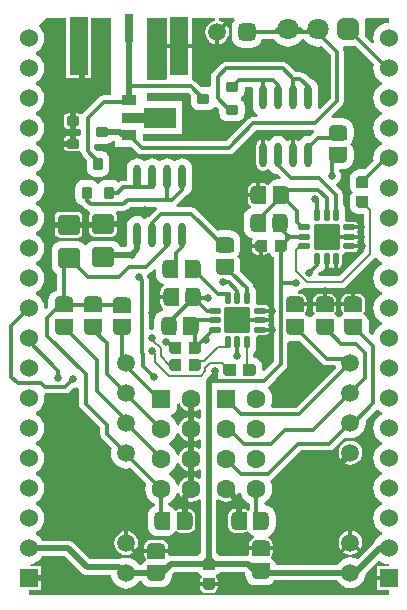
<source format=gtl>
%FSAX24Y24*%
%MOIN*%
G70*
G01*
G75*
G04 Layer_Physical_Order=1*
G04 Layer_Color=255*
G04:AMPARAMS|DCode=10|XSize=59.1mil|YSize=51.2mil|CornerRadius=12.8mil|HoleSize=0mil|Usage=FLASHONLY|Rotation=180.000|XOffset=0mil|YOffset=0mil|HoleType=Round|Shape=RoundedRectangle|*
%AMROUNDEDRECTD10*
21,1,0.0591,0.0256,0,0,180.0*
21,1,0.0335,0.0512,0,0,180.0*
1,1,0.0256,-0.0167,0.0128*
1,1,0.0256,0.0167,0.0128*
1,1,0.0256,0.0167,-0.0128*
1,1,0.0256,-0.0167,-0.0128*
%
%ADD10ROUNDEDRECTD10*%
%ADD11O,0.0236X0.0827*%
G04:AMPARAMS|DCode=12|XSize=17.7mil|YSize=43.3mil|CornerRadius=4.4mil|HoleSize=0mil|Usage=FLASHONLY|Rotation=180.000|XOffset=0mil|YOffset=0mil|HoleType=Round|Shape=RoundedRectangle|*
%AMROUNDEDRECTD12*
21,1,0.0177,0.0344,0,0,180.0*
21,1,0.0089,0.0433,0,0,180.0*
1,1,0.0089,-0.0044,0.0172*
1,1,0.0089,0.0044,0.0172*
1,1,0.0089,0.0044,-0.0172*
1,1,0.0089,-0.0044,-0.0172*
%
%ADD12ROUNDEDRECTD12*%
G04:AMPARAMS|DCode=13|XSize=84.6mil|YSize=84.6mil|CornerRadius=4.2mil|HoleSize=0mil|Usage=FLASHONLY|Rotation=90.000|XOffset=0mil|YOffset=0mil|HoleType=Round|Shape=RoundedRectangle|*
%AMROUNDEDRECTD13*
21,1,0.0846,0.0762,0,0,90.0*
21,1,0.0762,0.0846,0,0,90.0*
1,1,0.0085,0.0381,0.0381*
1,1,0.0085,0.0381,-0.0381*
1,1,0.0085,-0.0381,-0.0381*
1,1,0.0085,-0.0381,0.0381*
%
%ADD13ROUNDEDRECTD13*%
G04:AMPARAMS|DCode=14|XSize=17.7mil|YSize=43.3mil|CornerRadius=4.4mil|HoleSize=0mil|Usage=FLASHONLY|Rotation=270.000|XOffset=0mil|YOffset=0mil|HoleType=Round|Shape=RoundedRectangle|*
%AMROUNDEDRECTD14*
21,1,0.0177,0.0344,0,0,270.0*
21,1,0.0089,0.0433,0,0,270.0*
1,1,0.0089,-0.0172,-0.0044*
1,1,0.0089,-0.0172,0.0044*
1,1,0.0089,0.0172,0.0044*
1,1,0.0089,0.0172,-0.0044*
%
%ADD14ROUNDEDRECTD14*%
G04:AMPARAMS|DCode=15|XSize=39.4mil|YSize=39.4mil|CornerRadius=9.8mil|HoleSize=0mil|Usage=FLASHONLY|Rotation=0.000|XOffset=0mil|YOffset=0mil|HoleType=Round|Shape=RoundedRectangle|*
%AMROUNDEDRECTD15*
21,1,0.0394,0.0197,0,0,0.0*
21,1,0.0197,0.0394,0,0,0.0*
1,1,0.0197,0.0098,-0.0098*
1,1,0.0197,-0.0098,-0.0098*
1,1,0.0197,-0.0098,0.0098*
1,1,0.0197,0.0098,0.0098*
%
%ADD15ROUNDEDRECTD15*%
G04:AMPARAMS|DCode=16|XSize=39.4mil|YSize=39.4mil|CornerRadius=9.8mil|HoleSize=0mil|Usage=FLASHONLY|Rotation=90.000|XOffset=0mil|YOffset=0mil|HoleType=Round|Shape=RoundedRectangle|*
%AMROUNDEDRECTD16*
21,1,0.0394,0.0197,0,0,90.0*
21,1,0.0197,0.0394,0,0,90.0*
1,1,0.0197,0.0098,0.0098*
1,1,0.0197,0.0098,-0.0098*
1,1,0.0197,-0.0098,-0.0098*
1,1,0.0197,-0.0098,0.0098*
%
%ADD16ROUNDEDRECTD16*%
G04:AMPARAMS|DCode=17|XSize=59.1mil|YSize=51.2mil|CornerRadius=12.8mil|HoleSize=0mil|Usage=FLASHONLY|Rotation=270.000|XOffset=0mil|YOffset=0mil|HoleType=Round|Shape=RoundedRectangle|*
%AMROUNDEDRECTD17*
21,1,0.0591,0.0256,0,0,270.0*
21,1,0.0335,0.0512,0,0,270.0*
1,1,0.0256,-0.0128,-0.0167*
1,1,0.0256,-0.0128,0.0167*
1,1,0.0256,0.0128,0.0167*
1,1,0.0256,0.0128,-0.0167*
%
%ADD17ROUNDEDRECTD17*%
G04:AMPARAMS|DCode=18|XSize=32mil|YSize=40mil|CornerRadius=4mil|HoleSize=0mil|Usage=FLASHONLY|Rotation=90.000|XOffset=0mil|YOffset=0mil|HoleType=Round|Shape=RoundedRectangle|*
%AMROUNDEDRECTD18*
21,1,0.0320,0.0320,0,0,90.0*
21,1,0.0240,0.0400,0,0,90.0*
1,1,0.0080,0.0160,0.0120*
1,1,0.0080,0.0160,-0.0120*
1,1,0.0080,-0.0160,-0.0120*
1,1,0.0080,-0.0160,0.0120*
%
%ADD18ROUNDEDRECTD18*%
G04:AMPARAMS|DCode=19|XSize=32mil|YSize=40mil|CornerRadius=4mil|HoleSize=0mil|Usage=FLASHONLY|Rotation=0.000|XOffset=0mil|YOffset=0mil|HoleType=Round|Shape=RoundedRectangle|*
%AMROUNDEDRECTD19*
21,1,0.0320,0.0320,0,0,0.0*
21,1,0.0240,0.0400,0,0,0.0*
1,1,0.0080,0.0120,-0.0160*
1,1,0.0080,-0.0120,-0.0160*
1,1,0.0080,-0.0120,0.0160*
1,1,0.0080,0.0120,0.0160*
%
%ADD19ROUNDEDRECTD19*%
G04:AMPARAMS|DCode=20|XSize=70.9mil|YSize=65mil|CornerRadius=4.9mil|HoleSize=0mil|Usage=FLASHONLY|Rotation=0.000|XOffset=0mil|YOffset=0mil|HoleType=Round|Shape=RoundedRectangle|*
%AMROUNDEDRECTD20*
21,1,0.0709,0.0552,0,0,0.0*
21,1,0.0611,0.0650,0,0,0.0*
1,1,0.0097,0.0306,-0.0276*
1,1,0.0097,-0.0306,-0.0276*
1,1,0.0097,-0.0306,0.0276*
1,1,0.0097,0.0306,0.0276*
%
%ADD20ROUNDEDRECTD20*%
%ADD21R,0.0630X0.1929*%
%ADD22R,0.0276X0.0925*%
%ADD23R,0.0512X0.0354*%
%ADD24R,0.0748X0.0354*%
%ADD25R,0.1063X0.0669*%
%ADD26C,0.0118*%
%ADD27C,0.0100*%
%ADD28C,0.0079*%
%ADD29C,0.0197*%
%ADD30R,0.0591X0.0256*%
%ADD31R,0.0394X0.0217*%
%ADD32R,0.0217X0.0394*%
%ADD33R,0.0256X0.0591*%
%ADD34C,0.0600*%
%ADD35R,0.0600X0.0600*%
%ADD36C,0.0591*%
G04:AMPARAMS|DCode=37|XSize=63mil|YSize=63mil|CornerRadius=7.9mil|HoleSize=0mil|Usage=FLASHONLY|Rotation=270.000|XOffset=0mil|YOffset=0mil|HoleType=Round|Shape=RoundedRectangle|*
%AMROUNDEDRECTD37*
21,1,0.0630,0.0472,0,0,270.0*
21,1,0.0472,0.0630,0,0,270.0*
1,1,0.0157,-0.0236,-0.0236*
1,1,0.0157,-0.0236,0.0236*
1,1,0.0157,0.0236,0.0236*
1,1,0.0157,0.0236,-0.0236*
%
%ADD37ROUNDEDRECTD37*%
%ADD38C,0.0630*%
G04:AMPARAMS|DCode=39|XSize=59.1mil|YSize=59.1mil|CornerRadius=14.8mil|HoleSize=0mil|Usage=FLASHONLY|Rotation=180.000|XOffset=0mil|YOffset=0mil|HoleType=Round|Shape=RoundedRectangle|*
%AMROUNDEDRECTD39*
21,1,0.0591,0.0295,0,0,180.0*
21,1,0.0295,0.0591,0,0,180.0*
1,1,0.0295,-0.0148,0.0148*
1,1,0.0295,0.0148,0.0148*
1,1,0.0295,0.0148,-0.0148*
1,1,0.0295,-0.0148,-0.0148*
%
%ADD39ROUNDEDRECTD39*%
G04:AMPARAMS|DCode=40|XSize=70.9mil|YSize=70.9mil|CornerRadius=17.7mil|HoleSize=0mil|Usage=FLASHONLY|Rotation=180.000|XOffset=0mil|YOffset=0mil|HoleType=Round|Shape=RoundedRectangle|*
%AMROUNDEDRECTD40*
21,1,0.0709,0.0354,0,0,180.0*
21,1,0.0354,0.0709,0,0,180.0*
1,1,0.0354,-0.0177,0.0177*
1,1,0.0354,0.0177,0.0177*
1,1,0.0354,0.0177,-0.0177*
1,1,0.0354,-0.0177,-0.0177*
%
%ADD40ROUNDEDRECTD40*%
%ADD41C,0.0709*%
%ADD42C,0.0256*%
G36*
X051994Y033978D02*
X052102Y033895D01*
X052124Y033886D01*
Y033807D01*
X052102Y033798D01*
X051994Y033715D01*
X051911Y033607D01*
X051859Y033481D01*
X051841Y033346D01*
X051859Y033212D01*
X051911Y033086D01*
X051994Y032978D01*
X052102Y032895D01*
X052124Y032886D01*
Y032807D01*
X052102Y032798D01*
X051994Y032715D01*
X051911Y032607D01*
X051859Y032481D01*
X051841Y032346D01*
X051859Y032212D01*
X051911Y032086D01*
X051994Y031978D01*
X052102Y031895D01*
X052124Y031886D01*
Y031807D01*
X052102Y031798D01*
X051994Y031715D01*
X051911Y031607D01*
X051859Y031481D01*
X051841Y031346D01*
X051859Y031212D01*
X051911Y031086D01*
X051994Y030978D01*
X052102Y030895D01*
X052124Y030886D01*
Y030807D01*
X052102Y030798D01*
X051994Y030715D01*
X051911Y030607D01*
X051859Y030481D01*
X051841Y030346D01*
X051859Y030212D01*
X051911Y030086D01*
X051994Y029978D01*
X052102Y029895D01*
X052124Y029886D01*
Y029807D01*
X052102Y029798D01*
X051994Y029715D01*
X051911Y029607D01*
X051882Y029538D01*
X051871Y029529D01*
X051335Y028993D01*
X051216Y029042D01*
X051083Y029060D01*
X050949Y029042D01*
X050825Y028990D01*
X050718Y028908D01*
X050636Y028801D01*
X048596D01*
X048594Y028820D01*
X048559Y028904D01*
X048504Y028976D01*
X048432Y029031D01*
X048422Y029058D01*
X048422Y029058D01*
X048473Y029134D01*
X048490Y029222D01*
Y029478D01*
X048473Y029567D01*
X048422Y029643D01*
X048347Y029693D01*
X048364Y029778D01*
X048412Y029798D01*
X048484Y029853D01*
X048539Y029925D01*
X048574Y030008D01*
X048586Y030098D01*
Y030433D01*
X048574Y030523D01*
X048539Y030607D01*
X048484Y030679D01*
X048412Y030734D01*
X048328Y030769D01*
X048238Y030781D01*
X048218D01*
X048202Y030858D01*
X048209Y030861D01*
X048320Y030946D01*
X048405Y031057D01*
X048459Y031186D01*
X048477Y031325D01*
X048459Y031464D01*
X048405Y031593D01*
X048418Y031626D01*
X048421Y031627D01*
X048493Y031675D01*
X049432Y032614D01*
X050374D01*
X050458Y032631D01*
X050530Y032679D01*
X050912Y033060D01*
X050949Y033045D01*
X051083Y033027D01*
X051216Y033045D01*
X051341Y033096D01*
X051448Y033178D01*
X051530Y033285D01*
X051581Y033410D01*
X051599Y033543D01*
X051590Y033611D01*
X051960Y033980D01*
X051994Y033978D01*
D02*
G37*
G36*
X045413Y033116D02*
X045480Y033029D01*
X045566Y032962D01*
X045667Y032921D01*
X045776Y032906D01*
X045884Y032921D01*
X045985Y032962D01*
X046030Y032997D01*
X046100Y032962D01*
Y032688D01*
X046030Y032653D01*
X045985Y032687D01*
X045884Y032729D01*
X045776Y032743D01*
X045667Y032729D01*
X045566Y032687D01*
X045480Y032621D01*
X045413Y032534D01*
X045373Y032438D01*
X045295Y032449D01*
X045293Y032464D01*
X045240Y032593D01*
X045155Y032704D01*
X045048Y032785D01*
Y032864D01*
X045155Y032946D01*
X045240Y033057D01*
X045293Y033186D01*
X045295Y033201D01*
X045373Y033211D01*
X045413Y033116D01*
D02*
G37*
G36*
X049065Y036257D02*
X049395D01*
X050139Y035513D01*
X050211Y035465D01*
X050295Y035449D01*
X050579D01*
X050584Y035410D01*
X050600Y035372D01*
X049267Y034040D01*
X048469D01*
X048425Y034105D01*
X048459Y034186D01*
X048477Y034325D01*
X048459Y034464D01*
X048405Y034593D01*
X048320Y034704D01*
X048916Y035336D01*
X048916Y035336D01*
X048964Y035408D01*
X048981Y035492D01*
Y036208D01*
X049040Y036260D01*
X049065Y036257D01*
D02*
G37*
G36*
X045413Y034116D02*
X045480Y034029D01*
X045566Y033962D01*
X045667Y033921D01*
X045776Y033906D01*
X045884Y033921D01*
X045985Y033962D01*
X046030Y033997D01*
X046100Y033962D01*
Y033688D01*
X046030Y033653D01*
X045985Y033687D01*
X045884Y033729D01*
X045776Y033743D01*
X045667Y033729D01*
X045566Y033687D01*
X045480Y033621D01*
X045413Y033534D01*
X045373Y033438D01*
X045295Y033449D01*
X045293Y033464D01*
X045240Y033593D01*
X045155Y033704D01*
X045112Y033737D01*
X045122Y033815D01*
X045161Y033831D01*
X045222Y033878D01*
X045270Y033940D01*
X045299Y034011D01*
X045310Y034089D01*
Y034164D01*
X045387Y034179D01*
X045413Y034116D01*
D02*
G37*
G36*
X042033Y034642D02*
Y034173D01*
X042050Y034089D01*
X042098Y034017D01*
X042742Y033373D01*
Y033167D01*
X042759Y033083D01*
X042806Y033011D01*
X043119Y032699D01*
X043104Y032661D01*
X043086Y032528D01*
X043104Y032394D01*
X043155Y032269D01*
X043237Y032163D01*
X043344Y032080D01*
X043469Y032029D01*
X043602Y032011D01*
X043736Y032029D01*
X043752Y032036D01*
X044277Y031511D01*
X044258Y031464D01*
X044240Y031325D01*
X044258Y031186D01*
X044311Y031057D01*
X044397Y030946D01*
X044508Y030861D01*
X044555Y030841D01*
Y030756D01*
X044501Y030734D01*
X044430Y030679D01*
X044374Y030607D01*
X044340Y030523D01*
X044328Y030433D01*
Y030098D01*
X044340Y030008D01*
X044374Y029925D01*
X044430Y029853D01*
X044501Y029798D01*
X044585Y029763D01*
X044675Y029751D01*
X044931D01*
X045021Y029763D01*
X045105Y029798D01*
X045177Y029853D01*
X045232Y029925D01*
X045259Y029934D01*
X045259Y029934D01*
D01*
X045334Y029884D01*
X045423Y029866D01*
X045679D01*
X045768Y029884D01*
X045843Y029934D01*
X045894Y030009D01*
X045912Y030098D01*
Y030433D01*
X045894Y030522D01*
X045843Y030597D01*
X045768Y030648D01*
X045679Y030665D01*
X045423D01*
X045334Y030648D01*
X045259Y030597D01*
D01*
X045232Y030607D01*
X045177Y030679D01*
X045105Y030734D01*
X045021Y030769D01*
X045021Y030769D01*
X045010Y030847D01*
X045044Y030861D01*
X045155Y030946D01*
X045240Y031057D01*
X045293Y031186D01*
X045295Y031201D01*
X045373Y031211D01*
X045413Y031116D01*
X045480Y031029D01*
X045566Y030962D01*
X045667Y030921D01*
X045776Y030906D01*
X045884Y030921D01*
X045985Y030962D01*
X046030Y030997D01*
X046100Y030962D01*
Y029202D01*
X046035Y029152D01*
X045985Y029087D01*
X045098D01*
X045059Y029082D01*
X045007Y029137D01*
X045006Y029141D01*
X045006Y029144D01*
Y029400D01*
X044988Y029489D01*
X044938Y029564D01*
X044863Y029614D01*
X044774Y029632D01*
X044439D01*
X044350Y029614D01*
X044275Y029564D01*
X044224Y029489D01*
X044207Y029400D01*
Y029144D01*
X044224Y029055D01*
X044275Y028979D01*
X044275Y028979D01*
X044265Y028952D01*
X044193Y028897D01*
X044138Y028825D01*
X044126Y028797D01*
X044048Y028787D01*
X043967Y028893D01*
X043860Y028975D01*
X043736Y029026D01*
X043602Y029044D01*
X043469Y029026D01*
X043354Y028979D01*
X042410D01*
X041860Y029529D01*
X041806Y029570D01*
X041770Y029585D01*
X041744Y029596D01*
X041677Y029605D01*
X040807D01*
X040806Y029607D01*
X040723Y029715D01*
X040615Y029798D01*
X040592Y029807D01*
Y029886D01*
X040615Y029895D01*
X040723Y029978D01*
X040806Y030086D01*
X040858Y030212D01*
X040875Y030346D01*
X040858Y030481D01*
X040806Y030607D01*
X040723Y030715D01*
X040615Y030798D01*
X040592Y030807D01*
Y030886D01*
X040615Y030895D01*
X040723Y030978D01*
X040806Y031086D01*
X040858Y031212D01*
X040875Y031346D01*
X040858Y031481D01*
X040806Y031607D01*
X040723Y031715D01*
X040615Y031798D01*
X040592Y031807D01*
Y031886D01*
X040615Y031895D01*
X040723Y031978D01*
X040806Y032086D01*
X040858Y032212D01*
X040875Y032346D01*
X040858Y032481D01*
X040806Y032607D01*
X040723Y032715D01*
X040615Y032798D01*
X040592Y032807D01*
Y032886D01*
X040615Y032895D01*
X040723Y032978D01*
X040806Y033086D01*
X040858Y033212D01*
X040875Y033346D01*
X040858Y033481D01*
X040806Y033607D01*
X040723Y033715D01*
X040615Y033798D01*
X040592Y033807D01*
Y033886D01*
X040615Y033895D01*
X040723Y033978D01*
X040806Y034086D01*
X040858Y034212D01*
X040875Y034346D01*
X040870Y034385D01*
X040891Y034488D01*
X040913Y034513D01*
X041575D01*
X041659Y034530D01*
X041731Y034578D01*
X041849Y034696D01*
X041895Y034702D01*
X041965Y034731D01*
X042033Y034642D01*
D02*
G37*
G36*
X042121Y028538D02*
X042174Y028497D01*
X042205Y028484D01*
X042236Y028471D01*
X042303Y028462D01*
X043095D01*
X043104Y028394D01*
X043155Y028269D01*
X043237Y028163D01*
X043344Y028080D01*
X043469Y028029D01*
X043602Y028011D01*
X043736Y028029D01*
X043860Y028080D01*
X043967Y028163D01*
X044046Y028265D01*
X044124Y028255D01*
X044138Y028222D01*
X044193Y028150D01*
X044265Y028095D01*
X044349Y028060D01*
X044439Y028048D01*
X044774D01*
X044864Y028060D01*
X044947Y028095D01*
X045019Y028150D01*
X045075Y028222D01*
X045109Y028306D01*
X045121Y028396D01*
Y028486D01*
X045205Y028571D01*
X045985D01*
X046035Y028506D01*
X046101Y028455D01*
X046112Y028451D01*
X046117Y028401D01*
X046073Y028335D01*
X046058Y028258D01*
Y028061D01*
X046073Y027984D01*
X046117Y027918D01*
X046182Y027874D01*
X046260Y027859D01*
X046457D01*
X046534Y027874D01*
X046600Y027918D01*
X046644Y027984D01*
X046659Y028061D01*
Y028258D01*
X046644Y028335D01*
X046600Y028401D01*
X046605Y028451D01*
X046616Y028455D01*
X046681Y028506D01*
X046731Y028571D01*
X047551D01*
X047576Y028545D01*
Y028474D01*
X047588Y028384D01*
X047622Y028301D01*
X047678Y028229D01*
X047750Y028173D01*
X047833Y028139D01*
X047923Y028127D01*
X048258D01*
X048348Y028139D01*
X048432Y028173D01*
X048504Y028229D01*
X048547Y028285D01*
X050636D01*
X050718Y028178D01*
X050825Y028096D01*
X050949Y028045D01*
X051083Y028027D01*
X051216Y028045D01*
X051341Y028096D01*
X051448Y028178D01*
X051530Y028285D01*
X051581Y028410D01*
X051596Y028525D01*
X052025Y028954D01*
X052102Y028895D01*
X052227Y028843D01*
X052362Y028825D01*
Y028746D01*
X051962D01*
Y027946D01*
X052362D01*
Y027780D01*
X040410D01*
X040354Y027836D01*
Y027946D01*
X040754D01*
Y028746D01*
X040410D01*
X040397Y028760D01*
X040422Y028834D01*
X040489Y028843D01*
X040615Y028895D01*
X040723Y028978D01*
X040806Y029086D01*
X040807Y029088D01*
X041570D01*
X042121Y028538D01*
D02*
G37*
G36*
X045413Y032116D02*
X045480Y032029D01*
X045566Y031962D01*
X045667Y031921D01*
X045776Y031906D01*
X045884Y031921D01*
X045985Y031962D01*
X046030Y031997D01*
X046100Y031962D01*
Y031688D01*
X046030Y031653D01*
X045985Y031687D01*
X045884Y031729D01*
X045776Y031743D01*
X045667Y031729D01*
X045566Y031687D01*
X045480Y031621D01*
X045413Y031534D01*
X045373Y031438D01*
X045295Y031449D01*
X045293Y031464D01*
X045240Y031593D01*
X045155Y031704D01*
X045048Y031785D01*
Y031864D01*
X045155Y031946D01*
X045240Y032057D01*
X045293Y032186D01*
X045295Y032201D01*
X045373Y032211D01*
X045413Y032116D01*
D02*
G37*
G36*
X047421Y031201D02*
X047423Y031186D01*
X047477Y031057D01*
X047562Y030946D01*
X047673Y030861D01*
X047720Y030841D01*
Y030657D01*
X047681Y030607D01*
X047655Y030597D01*
D01*
X047579Y030648D01*
X047490Y030665D01*
X047234D01*
X047145Y030648D01*
X047070Y030597D01*
X047020Y030522D01*
X047002Y030433D01*
Y030098D01*
X047020Y030009D01*
X047070Y029934D01*
X047145Y029884D01*
X047234Y029866D01*
X047490D01*
X047579Y029884D01*
X047655Y029934D01*
D01*
X047655Y029934D01*
X047681Y029925D01*
X047737Y029853D01*
X047809Y029798D01*
X047862Y029775D01*
X047854Y029697D01*
X047834Y029693D01*
X047759Y029643D01*
X047709Y029567D01*
X047691Y029478D01*
Y029222D01*
X047706Y029148D01*
X047656Y029087D01*
X046731D01*
X046681Y029152D01*
X046616Y029202D01*
Y030962D01*
X046687Y030997D01*
X046732Y030962D01*
X046833Y030921D01*
X046941Y030906D01*
X047049Y030921D01*
X047150Y030962D01*
X047237Y031029D01*
X047303Y031116D01*
X047343Y031211D01*
X047421Y031201D01*
D02*
G37*
G36*
X044603Y038637D02*
Y038494D01*
X044615Y038404D01*
X044650Y038320D01*
X044705Y038248D01*
X044777Y038193D01*
X044852Y038162D01*
X044856Y038121D01*
X044850Y038078D01*
X044806Y038048D01*
X044756Y037973D01*
X044738Y037884D01*
Y037549D01*
X044756Y037460D01*
X044806Y037385D01*
X044850Y037355D01*
X044832Y037279D01*
X044802Y037275D01*
X044718Y037240D01*
X044646Y037185D01*
X044591Y037113D01*
X044556Y037029D01*
X044544Y036939D01*
Y036695D01*
X044485Y036643D01*
X044459Y036646D01*
X044414Y036640D01*
X044355Y036692D01*
Y038287D01*
X044338Y038372D01*
X044311Y038411D01*
X044304Y038470D01*
X044325Y038510D01*
X044356Y038516D01*
X044428Y038564D01*
X044531Y038667D01*
X044603Y038637D01*
D02*
G37*
G36*
X044959Y045018D02*
D01*
Y045018D01*
X044916Y044975D01*
X044291D01*
Y047023D01*
X044959D01*
Y045018D01*
D02*
G37*
G36*
X043110Y044453D02*
X042864D01*
X042780Y044436D01*
X042708Y044388D01*
X042167Y043847D01*
X042144Y043813D01*
X042094D01*
X042048Y043844D01*
X041993Y043855D01*
X041673D01*
X041618Y043844D01*
X041572Y043813D01*
X041541Y043767D01*
X041530Y043713D01*
Y043473D01*
X041541Y043418D01*
X041572Y043372D01*
X041618Y043341D01*
X041673Y043330D01*
X041993D01*
X042041Y043339D01*
X042057Y043326D01*
X042102Y043259D01*
Y043178D01*
X042057Y043111D01*
X042041Y043098D01*
X041993Y043107D01*
X041673D01*
X041618Y043096D01*
X041572Y043065D01*
X041541Y043019D01*
X041530Y042964D01*
Y042724D01*
X041541Y042670D01*
X041572Y042624D01*
X041618Y042593D01*
X041673Y042582D01*
X041993D01*
X042043Y042592D01*
X042108Y042548D01*
X042119Y042494D01*
X042167Y042423D01*
X042289Y042301D01*
Y042003D01*
X042297Y041936D01*
X042323Y041874D01*
X042364Y041820D01*
X042418Y041779D01*
X042480Y041753D01*
X042547Y041744D01*
X042787D01*
X042854Y041753D01*
X042917Y041779D01*
X042970Y041820D01*
X043011Y041874D01*
X043037Y041936D01*
X043046Y042003D01*
Y042323D01*
X043037Y042390D01*
X043011Y042452D01*
X042970Y042506D01*
X042917Y042547D01*
X042854Y042573D01*
X042787Y042582D01*
X042632D01*
X042544Y042670D01*
Y042792D01*
X042603Y042844D01*
X042633Y042840D01*
X042953D01*
X043020Y042849D01*
X043082Y042874D01*
X043136Y042916D01*
X043158Y042944D01*
X043232Y042919D01*
Y042726D01*
X043792D01*
X043968Y042551D01*
X043968D01*
X043968Y042551D01*
X043968Y042551D01*
Y042551D01*
X044040Y042503D01*
X044124Y042486D01*
X047037D01*
X047122Y042503D01*
X047194Y042551D01*
X047936Y043293D01*
X049856D01*
X049879Y043218D01*
X049834Y043188D01*
X049731Y043085D01*
X049667Y043093D01*
X049580Y043082D01*
X049499Y043048D01*
X049429Y042995D01*
X049375Y042925D01*
X049372Y042918D01*
X049325Y042913D01*
X049252Y042961D01*
X049167Y042978D01*
X049082Y042961D01*
X049010Y042913D01*
X048962Y042918D01*
X048960Y042925D01*
X048906Y042995D01*
X048836Y043048D01*
X048755Y043082D01*
X048667Y043093D01*
X048580Y043082D01*
X048499Y043048D01*
X048429Y042995D01*
X048375Y042925D01*
X048372Y042918D01*
X048325Y042913D01*
X048252Y042961D01*
X048167Y042978D01*
X048082Y042961D01*
X048010Y042913D01*
X047962Y042841D01*
X047945Y042756D01*
Y042165D01*
X047962Y042080D01*
X048010Y042008D01*
X048082Y041960D01*
X048167Y041943D01*
X048252Y041960D01*
X048325Y042008D01*
X048372Y042003D01*
X048375Y041997D01*
X048429Y041927D01*
X048499Y041873D01*
X048580Y041839D01*
X048644Y041831D01*
X048756Y041719D01*
X048726Y041647D01*
X048632D01*
X048542Y041635D01*
X048458Y041600D01*
X048386Y041545D01*
X048331Y041473D01*
X048304Y041464D01*
D01*
X048229Y041514D01*
X048140Y041532D01*
X047884D01*
X047795Y041514D01*
X047720Y041464D01*
X047669Y041388D01*
X047651Y041299D01*
Y040965D01*
X047669Y040876D01*
X047720Y040800D01*
X047758Y040774D01*
X047751Y040696D01*
X047700Y040675D01*
X047628Y040620D01*
X047573Y040548D01*
X047538Y040464D01*
X047527Y040374D01*
Y040039D01*
X047538Y039949D01*
X047573Y039866D01*
X047628Y039794D01*
X047700Y039738D01*
X047784Y039704D01*
X047784Y039704D01*
X047817Y039632D01*
X047805Y039615D01*
X047790Y039537D01*
Y039341D01*
X047805Y039263D01*
X047849Y039197D01*
X047915Y039154D01*
X047992Y039138D01*
X048189D01*
X048266Y039154D01*
X048332Y039197D01*
X048382Y039193D01*
X048386Y039182D01*
X048437Y039116D01*
X048503Y039065D01*
X048539Y039050D01*
Y038199D01*
Y035584D01*
X048205Y035250D01*
X048133Y035280D01*
Y035404D01*
X048122Y035486D01*
X048090Y035562D01*
X048040Y035628D01*
X047974Y035679D01*
X047897Y035710D01*
X047829Y035719D01*
Y035836D01*
X047858Y035858D01*
X047900Y035913D01*
X047926Y035976D01*
X047935Y036044D01*
Y036389D01*
X047935Y036391D01*
X047987Y036450D01*
X048225D01*
X048282Y036462D01*
X048329Y036493D01*
X048361Y036541D01*
X048373Y036597D01*
Y036686D01*
X048361Y036742D01*
X048329Y036790D01*
Y036808D01*
X048361Y036856D01*
X048373Y036912D01*
Y037001D01*
X048361Y037057D01*
X048329Y037105D01*
Y037123D01*
X048361Y037171D01*
X048373Y037227D01*
Y037316D01*
X048361Y037372D01*
X048329Y037420D01*
X048282Y037452D01*
X048225Y037463D01*
X047987D01*
X047935Y037522D01*
X047935Y037525D01*
Y037869D01*
X047926Y037937D01*
X047900Y038001D01*
X047858Y038055D01*
X047841Y038068D01*
X047832Y038116D01*
X047784Y038188D01*
X047409Y038563D01*
X047414Y038602D01*
Y038858D01*
X047403Y038948D01*
X047368Y039032D01*
X047313Y039104D01*
X047368Y039177D01*
D01*
X047368Y039177D01*
X047368D01*
X047403Y039260D01*
X047414Y039350D01*
Y039606D01*
X047403Y039696D01*
X047368Y039780D01*
X047313Y039852D01*
X047241Y039907D01*
X047157Y039942D01*
X047067Y039954D01*
X046732D01*
X046649Y039943D01*
X045934Y040658D01*
X045862Y040706D01*
X045778Y040723D01*
X045306D01*
X045283Y040798D01*
X045284Y040799D01*
X045284Y040799D01*
X045604Y041119D01*
X045643Y041135D01*
X045713Y041188D01*
X045767Y041258D01*
X045800Y041340D01*
X045812Y041427D01*
Y042018D01*
X045800Y042105D01*
X045767Y042186D01*
X045713Y042256D01*
X045643Y042310D01*
X045562Y042344D01*
X045474Y042355D01*
X045387Y042344D01*
X045306Y042310D01*
X045236Y042256D01*
X045213D01*
X045143Y042310D01*
X045062Y042344D01*
X044974Y042355D01*
X044887Y042344D01*
X044806Y042310D01*
X044736Y042256D01*
X044713D01*
X044643Y042310D01*
X044562Y042344D01*
X044474Y042355D01*
X044387Y042344D01*
X044306Y042310D01*
X044236Y042256D01*
X044213D01*
X044143Y042310D01*
X044062Y042344D01*
X043974Y042355D01*
X043887Y042344D01*
X043806Y042310D01*
X043736Y042256D01*
X043682Y042186D01*
X043648Y042105D01*
X043637Y042018D01*
Y041609D01*
X043504D01*
X043419Y041592D01*
X043348Y041544D01*
X043346Y041544D01*
X043344Y041546D01*
X043291Y041587D01*
X043228Y041613D01*
X043161Y041622D01*
X042921D01*
X042854Y041613D01*
X042792Y041587D01*
X042738Y041546D01*
X042707Y041505D01*
X042628D01*
X042596Y041546D01*
X042543Y041587D01*
X042480Y041613D01*
X042413Y041622D01*
X042173D01*
X042106Y041613D01*
X042044Y041587D01*
X041990Y041546D01*
X041949Y041492D01*
X041923Y041430D01*
X041915Y041363D01*
Y041043D01*
X041923Y040976D01*
X041949Y040914D01*
X041990Y040860D01*
X042044Y040819D01*
X042106Y040793D01*
X042137Y040789D01*
X042137Y040789D01*
X042265Y040661D01*
X042337Y040613D01*
X042379Y040605D01*
X042409Y040532D01*
X042389Y040501D01*
X042377Y040443D01*
Y039891D01*
X042389Y039833D01*
X042422Y039784D01*
X042471Y039751D01*
X042529Y039740D01*
X043140D01*
X043198Y039751D01*
X043247Y039784D01*
X043280Y039833D01*
X043292Y039891D01*
Y040443D01*
X043280Y040501D01*
X043263Y040527D01*
X043301Y040596D01*
X043514D01*
X043598Y040613D01*
X043670Y040661D01*
X043743Y040734D01*
X044595D01*
X044618Y040659D01*
X044618Y040658D01*
X044365Y040405D01*
X044306Y040381D01*
X044236Y040327D01*
X044213D01*
X044143Y040381D01*
X044062Y040415D01*
X043974Y040426D01*
X043887Y040415D01*
X043806Y040381D01*
X043736Y040327D01*
X043682Y040257D01*
X043648Y040176D01*
X043637Y040089D01*
Y039498D01*
X043643Y039451D01*
X043591Y039392D01*
X043401D01*
X043399Y039410D01*
X043372Y039475D01*
X043329Y039530D01*
X043274Y039573D01*
X043210Y039599D01*
X043140Y039609D01*
X042529D01*
X042460Y039599D01*
X042395Y039573D01*
X042340Y039530D01*
X042297Y039475D01*
X042296Y039473D01*
X042293Y039471D01*
X042218Y039461D01*
X042188Y039501D01*
X042132Y039543D01*
X042068Y039570D01*
X041999Y039579D01*
X041387D01*
X041318Y039570D01*
X041254Y039543D01*
X041198Y039501D01*
X041156Y039445D01*
X041129Y039381D01*
X041120Y039312D01*
Y038759D01*
X041129Y038690D01*
X041156Y038626D01*
X041198Y038570D01*
X041254Y038528D01*
X041305Y038506D01*
Y037949D01*
X041268Y037944D01*
X041185Y037909D01*
X041113Y037854D01*
X041057Y037782D01*
X041023Y037698D01*
X041011Y037608D01*
Y037386D01*
X040949Y037325D01*
X040875Y037350D01*
X040858Y037481D01*
X040806Y037607D01*
X040723Y037715D01*
X040615Y037798D01*
X040592Y037807D01*
Y037886D01*
X040615Y037895D01*
X040723Y037978D01*
X040806Y038086D01*
X040858Y038212D01*
X040875Y038346D01*
X040858Y038481D01*
X040806Y038607D01*
X040723Y038715D01*
X040615Y038798D01*
X040592Y038807D01*
Y038886D01*
X040615Y038895D01*
X040723Y038978D01*
X040806Y039086D01*
X040858Y039212D01*
X040875Y039346D01*
X040858Y039481D01*
X040806Y039607D01*
X040723Y039715D01*
X040615Y039798D01*
X040592Y039807D01*
Y039886D01*
X040615Y039895D01*
X040723Y039978D01*
X040806Y040086D01*
X040858Y040212D01*
X040875Y040346D01*
X040858Y040481D01*
X040806Y040607D01*
X040723Y040715D01*
X040615Y040798D01*
X040592Y040807D01*
Y040886D01*
X040615Y040895D01*
X040723Y040978D01*
X040806Y041086D01*
X040858Y041212D01*
X040875Y041346D01*
X040858Y041481D01*
X040806Y041607D01*
X040723Y041715D01*
X040615Y041798D01*
X040592Y041807D01*
Y041886D01*
X040615Y041895D01*
X040723Y041978D01*
X040806Y042086D01*
X040858Y042212D01*
X040875Y042346D01*
X040858Y042481D01*
X040806Y042607D01*
X040723Y042715D01*
X040615Y042798D01*
X040592Y042807D01*
Y042886D01*
X040615Y042895D01*
X040723Y042978D01*
X040806Y043086D01*
X040858Y043212D01*
X040875Y043346D01*
X040858Y043481D01*
X040806Y043607D01*
X040723Y043715D01*
X040615Y043798D01*
X040592Y043807D01*
Y043886D01*
X040615Y043895D01*
X040723Y043978D01*
X040806Y044086D01*
X040858Y044212D01*
X040875Y044346D01*
X040858Y044481D01*
X040806Y044607D01*
X040723Y044715D01*
X040615Y044798D01*
X040592Y044807D01*
Y044886D01*
X040615Y044895D01*
X040723Y044978D01*
X040806Y045086D01*
X040858Y045212D01*
X040875Y045346D01*
X040858Y045481D01*
X040806Y045607D01*
X040723Y045715D01*
X040615Y045798D01*
X040592Y045807D01*
Y045886D01*
X040615Y045895D01*
X040723Y045978D01*
X040806Y046086D01*
X040858Y046212D01*
X040875Y046346D01*
X040858Y046481D01*
X040806Y046607D01*
X040723Y046715D01*
X040708Y046726D01*
X040703Y046805D01*
X040921Y047023D01*
X041613D01*
Y045018D01*
X042443D01*
Y047023D01*
X043110D01*
Y044453D01*
D02*
G37*
G36*
X052362Y046867D02*
X052227Y046850D01*
X052102Y046798D01*
X051994Y046715D01*
X051911Y046607D01*
X051859Y046481D01*
X051841Y046346D01*
X051859Y046212D01*
X051849Y046208D01*
X051785Y046181D01*
X051564Y046401D01*
X051574Y046476D01*
Y046831D01*
X051561Y046933D01*
X051551Y046958D01*
X051594Y047023D01*
X052362D01*
Y046867D01*
D02*
G37*
G36*
X047196Y047007D02*
X047223Y046953D01*
X047172Y046886D01*
X047135Y046798D01*
X047123Y046703D01*
Y046407D01*
X047135Y046312D01*
X047172Y046224D01*
X047230Y046148D01*
X047306Y046089D01*
X047395Y046053D01*
X047490Y046040D01*
X047785D01*
X047881Y046053D01*
X047969Y046089D01*
X048045Y046148D01*
X048104Y046224D01*
X048140Y046312D01*
X048143Y046334D01*
X048525D01*
X048593Y046246D01*
X048712Y046155D01*
X048851Y046097D01*
X049000Y046078D01*
X049149Y046097D01*
X049288Y046155D01*
X049407Y046246D01*
X049461Y046316D01*
X049539D01*
X049593Y046246D01*
X049712Y046155D01*
X049851Y046097D01*
X050000Y046078D01*
X050129Y046095D01*
X050419Y045804D01*
Y044353D01*
X050068Y044002D01*
X049997Y044037D01*
X050005Y044094D01*
Y044685D01*
X049993Y044772D01*
X049960Y044854D01*
X049906Y044924D01*
X049836Y044977D01*
X049755Y045011D01*
X049718Y045016D01*
X049571Y045162D01*
X049500Y045210D01*
X049415Y045227D01*
X049259D01*
X048975Y045510D01*
X048903Y045558D01*
X048819Y045575D01*
X046949D01*
X046864Y045558D01*
X046793Y045510D01*
X046497Y045215D01*
X046450Y045144D01*
X046433Y045059D01*
Y044766D01*
X046374Y044714D01*
X046334Y044719D01*
X046107D01*
X045916Y044910D01*
X045845Y044958D01*
X045789Y044969D01*
Y045018D01*
X045789D01*
Y047023D01*
X046564D01*
X046569Y046945D01*
X046535Y046940D01*
X046438Y046900D01*
X046356Y046837D01*
X046293Y046754D01*
X046253Y046658D01*
X046239Y046555D01*
X046253Y046452D01*
X046293Y046356D01*
X046356Y046273D01*
X046438Y046210D01*
X046535Y046170D01*
X046638Y046156D01*
X046741Y046170D01*
X046837Y046210D01*
X046920Y046273D01*
X046983Y046356D01*
X047023Y046452D01*
X047036Y046555D01*
X047023Y046658D01*
X046983Y046754D01*
X046920Y046837D01*
X046837Y046900D01*
X046741Y046940D01*
X046707Y046945D01*
X046712Y047023D01*
X047184D01*
X047196Y047007D01*
D02*
G37*
G36*
X051859Y045482D02*
X051859Y045481D01*
X051841Y045346D01*
X051859Y045212D01*
X051911Y045086D01*
X051994Y044978D01*
X052102Y044895D01*
X052124Y044886D01*
Y044807D01*
X052102Y044798D01*
X051994Y044715D01*
X051911Y044607D01*
X051859Y044481D01*
X051841Y044346D01*
X051859Y044212D01*
X051911Y044086D01*
X051994Y043978D01*
X052102Y043895D01*
X052124Y043886D01*
Y043807D01*
X052102Y043798D01*
X051994Y043715D01*
X051911Y043607D01*
X051859Y043481D01*
X051841Y043346D01*
X051859Y043212D01*
X051911Y043086D01*
X051994Y042978D01*
X052102Y042895D01*
X052124Y042886D01*
Y042807D01*
X052102Y042798D01*
X051994Y042715D01*
X051911Y042607D01*
X051859Y042481D01*
X051841Y042346D01*
X051853Y042254D01*
X051580Y041980D01*
X051575Y041981D01*
X051378D01*
X051296Y041970D01*
X051219Y041939D01*
X051153Y041888D01*
X051103Y041822D01*
X051071Y041746D01*
X051060Y041663D01*
Y041467D01*
X051071Y041384D01*
X051103Y041308D01*
X051153Y041242D01*
Y041219D01*
X051103Y041153D01*
X051071Y041076D01*
X051060Y040994D01*
Y040797D01*
X051071Y040715D01*
X051103Y040638D01*
X051153Y040573D01*
X051219Y040522D01*
X051296Y040490D01*
X051378Y040480D01*
X051541D01*
Y039247D01*
X050724Y038429D01*
X050037D01*
X049985Y038488D01*
X049989Y038515D01*
X050033Y038559D01*
X050083Y038566D01*
X050146Y038592D01*
X050201Y038634D01*
X050232Y038675D01*
X050241Y038673D01*
X050330D01*
X050386Y038684D01*
X050434Y038716D01*
X050452D01*
X050500Y038684D01*
X050556Y038673D01*
X050645D01*
X050701Y038684D01*
X050749Y038716D01*
X050781Y038764D01*
X050792Y038820D01*
Y039123D01*
X050797Y039125D01*
X050851Y039167D01*
X050892Y039221D01*
X050895Y039226D01*
X051198D01*
X051254Y039237D01*
X051302Y039269D01*
X051334Y039317D01*
X051345Y039373D01*
Y039462D01*
X051334Y039518D01*
X051302Y039566D01*
Y039584D01*
X051334Y039632D01*
X051345Y039688D01*
Y039777D01*
X051334Y039833D01*
X051302Y039881D01*
Y039899D01*
X051334Y039947D01*
X051345Y040003D01*
Y040092D01*
X051334Y040148D01*
X051302Y040196D01*
X051254Y040227D01*
X051198Y040239D01*
X050959D01*
X050907Y040298D01*
X050908Y040300D01*
Y040645D01*
X050899Y040713D01*
X050873Y040776D01*
X050831Y040831D01*
X050821Y040838D01*
Y041142D01*
X050804Y041226D01*
X050757Y041298D01*
X050616Y041438D01*
X050622Y041516D01*
X050676Y041558D01*
X050722Y041618D01*
X050751Y041687D01*
X050760Y041762D01*
X050751Y041836D01*
X050722Y041906D01*
X050715Y041915D01*
X050750Y041985D01*
X050837D01*
X050927Y041997D01*
X051010Y042032D01*
X051082Y042087D01*
X051138Y042159D01*
X051172Y042243D01*
X051184Y042333D01*
Y042589D01*
X051172Y042679D01*
X051138Y042762D01*
X051138D01*
X051138Y042762D01*
D01*
X051082Y042835D01*
X051082D01*
X051082Y042835D01*
X051138Y042907D01*
X051172Y042991D01*
X051184Y043081D01*
Y043337D01*
X051172Y043427D01*
X051138Y043510D01*
X051082Y043582D01*
X051010Y043638D01*
X050927Y043672D01*
X050837Y043684D01*
X050502D01*
X050476Y043681D01*
X050441Y043751D01*
X050796Y044106D01*
X050844Y044177D01*
X050861Y044262D01*
Y045896D01*
X050844Y045980D01*
X050824Y046010D01*
X050861Y046079D01*
X051177D01*
X051252Y046089D01*
X051859Y045482D01*
D02*
G37*
G36*
X047830Y044685D02*
Y044094D01*
X047841Y044007D01*
X047875Y043926D01*
X047929Y043856D01*
X047990Y043809D01*
X047964Y043735D01*
X047844D01*
X047760Y043718D01*
X047688Y043670D01*
X046946Y042927D01*
X044215D01*
X044177Y042966D01*
Y043159D01*
X045476D01*
Y044262D01*
X044291D01*
Y044533D01*
X045669D01*
X045755Y044447D01*
Y044221D01*
X045764Y044154D01*
X045789Y044091D01*
X045831Y044038D01*
X045884Y043996D01*
X045947Y043971D01*
X046014Y043962D01*
X046334D01*
X046401Y043971D01*
X046463Y043996D01*
X046517Y044038D01*
X046540Y044068D01*
X046618Y044073D01*
X046715Y043977D01*
Y043847D01*
X046724Y043780D01*
X046749Y043717D01*
X046791Y043664D01*
X046844Y043622D01*
X046907Y043597D01*
X046974Y043588D01*
X047294D01*
X047361Y043597D01*
X047423Y043622D01*
X047477Y043664D01*
X047518Y043717D01*
X047543Y043780D01*
X047552Y043847D01*
Y044087D01*
X047543Y044153D01*
X047518Y044216D01*
X047477Y044269D01*
X047435Y044301D01*
Y044380D01*
X047477Y044412D01*
X047518Y044465D01*
X047543Y044528D01*
X047552Y044595D01*
Y044730D01*
X047790D01*
X047830Y044685D01*
D02*
G37*
G36*
X051994Y038978D02*
X052102Y038895D01*
X052124Y038886D01*
Y038807D01*
X052102Y038798D01*
X051994Y038715D01*
X051911Y038607D01*
X051859Y038481D01*
X051841Y038346D01*
X051859Y038212D01*
X051911Y038086D01*
X051994Y037978D01*
X052102Y037895D01*
X052124Y037886D01*
Y037807D01*
X052102Y037798D01*
X051994Y037715D01*
X051911Y037607D01*
X051859Y037481D01*
X051841Y037346D01*
X051859Y037212D01*
X051911Y037086D01*
X051994Y036978D01*
X052102Y036895D01*
X052124Y036886D01*
Y036807D01*
X052102Y036798D01*
X051994Y036715D01*
X051911Y036607D01*
X051861Y036487D01*
X051784Y036471D01*
X051691Y036565D01*
X051696Y036604D01*
Y036860D01*
X051684Y036950D01*
X051649Y037034D01*
X051594Y037106D01*
X051522Y037161D01*
X051513Y037188D01*
X051513Y037188D01*
X051563Y037263D01*
X051581Y037352D01*
Y037608D01*
X051563Y037697D01*
X051513Y037773D01*
X051437Y037823D01*
X051348Y037841D01*
X051014D01*
X050925Y037823D01*
X050849Y037773D01*
X050799Y037697D01*
X050781Y037608D01*
Y037352D01*
X050799Y037263D01*
X050849Y037188D01*
X050849Y037188D01*
X050840Y037161D01*
X050768Y037106D01*
X050738Y037067D01*
X050659D01*
X050630Y037106D01*
X050558Y037161D01*
X050548Y037188D01*
X050548Y037188D01*
X050599Y037263D01*
X050616Y037352D01*
Y037608D01*
X050599Y037697D01*
X050548Y037773D01*
X050473Y037823D01*
X050384Y037841D01*
X050049D01*
X049960Y037823D01*
X049885Y037773D01*
X049834Y037697D01*
X049817Y037608D01*
Y037352D01*
X049834Y037263D01*
X049885Y037188D01*
X049885Y037188D01*
X049875Y037161D01*
X049804Y037106D01*
X049764Y037054D01*
X049685D01*
X049645Y037106D01*
X049573Y037161D01*
X049564Y037188D01*
X049564Y037188D01*
X049614Y037263D01*
X049632Y037352D01*
Y037608D01*
X049614Y037697D01*
X049564Y037773D01*
X049489Y037823D01*
X049400Y037841D01*
X049340D01*
X049335Y037919D01*
X049346Y037921D01*
X049416Y037949D01*
X049475Y037995D01*
X049521Y038055D01*
X049540Y038061D01*
X049567Y038043D01*
X049644Y038028D01*
X050807D01*
X050884Y038043D01*
X050949Y038086D01*
X051884Y039021D01*
X051959Y039024D01*
X051994Y038978D01*
D02*
G37*
%LPC*%
G36*
X041999Y040566D02*
X041387D01*
X041329Y040554D01*
X041280Y040521D01*
X041247Y040472D01*
X041236Y040414D01*
Y039862D01*
X041247Y039804D01*
X041280Y039754D01*
X041329Y039722D01*
X041387Y039710D01*
X041999D01*
X042057Y039722D01*
X042106Y039754D01*
X042139Y039804D01*
X042150Y039862D01*
Y040414D01*
X042139Y040472D01*
X042106Y040521D01*
X042057Y040554D01*
X041999Y040566D01*
D02*
G37*
G36*
X043602Y029926D02*
X043499Y029913D01*
X043403Y029873D01*
X043320Y029809D01*
X043257Y029727D01*
X043217Y029631D01*
X043204Y029528D01*
X043217Y029424D01*
X043257Y029328D01*
X043320Y029246D01*
X043403Y029182D01*
X043499Y029142D01*
X043602Y029129D01*
X043706Y029142D01*
X043802Y029182D01*
X043884Y029246D01*
X043948Y029328D01*
X043987Y029424D01*
X044001Y029528D01*
X043987Y029631D01*
X043948Y029727D01*
X043884Y029809D01*
X043802Y029873D01*
X043706Y029913D01*
X043602Y029926D01*
D02*
G37*
G36*
X051083Y032942D02*
X050979Y032928D01*
X050883Y032889D01*
X050801Y032825D01*
X050737Y032743D01*
X050698Y032646D01*
X050684Y032543D01*
X050698Y032440D01*
X050737Y032344D01*
X050801Y032261D01*
X050883Y032198D01*
X050979Y032158D01*
X051083Y032145D01*
X051186Y032158D01*
X051282Y032198D01*
X051365Y032261D01*
X051428Y032344D01*
X051468Y032440D01*
X051481Y032543D01*
X051468Y032646D01*
X051428Y032743D01*
X051365Y032825D01*
X051282Y032889D01*
X051186Y032928D01*
X051083Y032942D01*
D02*
G37*
G36*
Y029942D02*
X050979Y029928D01*
X050883Y029889D01*
X050801Y029825D01*
X050737Y029743D01*
X050698Y029646D01*
X050684Y029543D01*
X050698Y029440D01*
X050737Y029344D01*
X050801Y029261D01*
X050883Y029198D01*
X050979Y029158D01*
X051083Y029145D01*
X051186Y029158D01*
X051282Y029198D01*
X051365Y029261D01*
X051428Y029344D01*
X051468Y029440D01*
X051481Y029543D01*
X051468Y029646D01*
X051428Y029743D01*
X051365Y029825D01*
X051282Y029889D01*
X051186Y029928D01*
X051083Y029942D01*
D02*
G37*
%LPD*%
D10*
X048091Y029350D02*
D03*
Y028602D02*
D03*
X044606Y029272D02*
D03*
Y028524D02*
D03*
X041526Y036732D02*
D03*
Y037480D02*
D03*
X051181Y036732D02*
D03*
Y037480D02*
D03*
X042500Y036732D02*
D03*
Y037480D02*
D03*
X050217Y036732D02*
D03*
Y037480D02*
D03*
X043465Y036722D02*
D03*
Y037470D02*
D03*
X049232Y036732D02*
D03*
Y037480D02*
D03*
X050669Y042461D02*
D03*
Y043209D02*
D03*
X046900Y038730D02*
D03*
Y039478D02*
D03*
D11*
X048167Y042461D02*
D03*
X048667D02*
D03*
X049167D02*
D03*
X049667D02*
D03*
X048167Y044390D02*
D03*
X048667D02*
D03*
X049167D02*
D03*
X049667D02*
D03*
X043974Y039793D02*
D03*
X044474D02*
D03*
X044974D02*
D03*
X045474D02*
D03*
X043974Y041722D02*
D03*
X044474D02*
D03*
X044974D02*
D03*
X045474D02*
D03*
D12*
X049970Y038992D02*
D03*
X050285D02*
D03*
X050600D02*
D03*
X049970Y040472D02*
D03*
X050285D02*
D03*
X050600D02*
D03*
X046998Y036217D02*
D03*
X047313D02*
D03*
X047628D02*
D03*
X046998Y037697D02*
D03*
X047313D02*
D03*
X047628D02*
D03*
D13*
X050285Y039732D02*
D03*
X047313Y036957D02*
D03*
D14*
X051026Y040047D02*
D03*
Y039732D02*
D03*
Y039417D02*
D03*
X049545D02*
D03*
Y039732D02*
D03*
Y040047D02*
D03*
X048053Y037272D02*
D03*
Y036957D02*
D03*
Y036642D02*
D03*
X046573D02*
D03*
Y036957D02*
D03*
Y037272D02*
D03*
D15*
X051476Y040896D02*
D03*
Y041565D02*
D03*
X046358Y028829D02*
D03*
Y028159D02*
D03*
D16*
X047717Y035305D02*
D03*
X047047D02*
D03*
X045896Y035463D02*
D03*
X045226D02*
D03*
X048760Y039439D02*
D03*
X048091D02*
D03*
X045896Y036033D02*
D03*
X045226D02*
D03*
D17*
X044803Y030266D02*
D03*
X045551D02*
D03*
X048110D02*
D03*
X047362D02*
D03*
X048760Y041132D02*
D03*
X048012D02*
D03*
X045827Y038661D02*
D03*
X045079D02*
D03*
X045846Y037717D02*
D03*
X045098D02*
D03*
X045020Y036772D02*
D03*
X045768D02*
D03*
X048002Y040207D02*
D03*
X048750D02*
D03*
D18*
X046174Y044341D02*
D03*
X047134Y044715D02*
D03*
Y043967D02*
D03*
X041833Y043593D02*
D03*
Y042844D02*
D03*
X042793Y043218D02*
D03*
D19*
X042667Y042163D02*
D03*
X043041Y041203D02*
D03*
X042293D02*
D03*
D20*
X041693Y040138D02*
D03*
Y039035D02*
D03*
X042835Y040167D02*
D03*
Y039065D02*
D03*
D21*
X042028Y046083D02*
D03*
X045374D02*
D03*
D22*
X043701Y046703D02*
D03*
D23*
X043705Y044301D02*
D03*
Y043120D02*
D03*
D24*
X043823Y043711D02*
D03*
D25*
X044728D02*
D03*
D26*
X048443Y036957D02*
X048465Y036978D01*
X048053Y036957D02*
X048443D01*
X047508D02*
X048053D01*
X050530Y039732D02*
X051026D01*
X044140Y041388D02*
X044508D01*
X043504D02*
X044140D01*
X043319Y041203D02*
X043504Y041388D01*
X045128Y040955D02*
X045474Y041301D01*
X044974Y040955D02*
Y041722D01*
Y040955D02*
X045128D01*
X043652D02*
X044974D01*
X043514Y040817D02*
X043652Y040955D01*
X043041Y041203D02*
X043319D01*
X042421Y040817D02*
X043514D01*
X042293Y040945D02*
X042421Y040817D01*
X042293Y040945D02*
Y041203D01*
X050374Y032835D02*
X051083Y033543D01*
X049341Y032835D02*
X050374D01*
X048337Y031831D02*
X049341Y032835D01*
X047531Y032833D02*
X048443D01*
X048907Y033297D01*
X049837D01*
X047435Y031831D02*
X048337D01*
X042254Y034173D02*
Y035148D01*
Y034173D02*
X042963Y033465D01*
Y033167D02*
Y033465D01*
Y033167D02*
X043602Y032528D01*
X044163Y035443D02*
Y035817D01*
Y035443D02*
X044537Y035069D01*
X044134Y035846D02*
X044163Y035817D01*
X044134Y035846D02*
Y038287D01*
X045374Y046083D02*
X046142D01*
X046638Y046555D02*
X046959Y046876D01*
X046638Y045900D02*
Y046555D01*
X046594Y034921D02*
X048189D01*
X046358D02*
X046594D01*
X046565Y035128D02*
X046594Y035098D01*
Y034921D02*
Y035098D01*
X048091Y038927D02*
Y039439D01*
X048012Y041132D02*
Y041673D01*
X045177Y036033D02*
X045226D01*
X044508Y046083D02*
X045374D01*
X039783Y036776D02*
X040354Y037346D01*
X039783Y035069D02*
Y036776D01*
Y035069D02*
X040000Y034852D01*
X040778D01*
X040896Y034734D01*
X041575D01*
X041821Y034980D01*
X041329Y035039D02*
Y035276D01*
X040354Y036250D02*
X041329Y035276D01*
X050957Y035669D02*
X051083Y035543D01*
X050295Y035669D02*
X050957D01*
X049232Y036732D02*
X050295Y035669D01*
X050217Y037480D02*
Y037943D01*
X051181Y038031D02*
X051191Y038041D01*
X051181Y037480D02*
Y038031D01*
X050217Y037480D02*
X051181D01*
X049232D02*
X050217D01*
X047657Y039449D02*
X047667Y039439D01*
X048091D01*
X047441Y041132D02*
X048012D01*
X043691Y038720D02*
X044272D01*
X043366Y038396D02*
X043691Y038720D01*
X042333Y038396D02*
X043366D01*
X050285Y038553D02*
X050532D01*
X050600Y038622D01*
Y038992D01*
X050285Y038553D02*
X050285Y038553D01*
X050285Y038553D02*
Y038992D01*
X044567Y037717D02*
X045098D01*
X048167Y042461D02*
Y043089D01*
X049167Y042461D02*
Y043085D01*
X049892Y043514D02*
X050640Y044262D01*
X047844Y043514D02*
X049892D01*
X047037Y042707D02*
X047844Y043514D01*
X051476Y041565D02*
X052258Y042346D01*
X052362D01*
X048189Y034921D02*
X048760Y035492D01*
Y038199D02*
X049272D01*
X048760D02*
Y039439D01*
Y035492D02*
Y038199D01*
X049705Y038543D02*
X049970Y038809D01*
Y038992D01*
X051455Y039417D02*
X051457Y039419D01*
X051026Y039417D02*
X051455D01*
X051425Y039732D02*
X051427Y039734D01*
X051026Y039732D02*
X051425D01*
X051435Y040047D02*
X051437Y040049D01*
X051026Y040047D02*
X051435D01*
X048976Y039809D02*
X049053Y039732D01*
X048750Y040035D02*
X048976Y039809D01*
X048991Y039670D02*
X049053Y039732D01*
X048760Y039439D02*
X048991Y039670D01*
X048976Y039685D02*
X048991Y039670D01*
X048976Y039685D02*
Y039809D01*
X048750Y040035D02*
Y040207D01*
X049053Y039732D02*
X049545D01*
X048002Y040207D02*
Y040295D01*
X048760Y041053D01*
Y041132D01*
X049301Y040591D01*
Y040226D02*
Y040591D01*
Y040226D02*
X049468Y040059D01*
X049902Y040994D02*
X049970Y040925D01*
X050285Y040472D02*
Y041014D01*
X048917Y041289D02*
X050010D01*
X050285Y041014D01*
X050049Y041693D02*
X050600Y041142D01*
X049094Y041693D02*
X050049D01*
X049970Y040472D02*
Y040925D01*
X049468Y040059D02*
X049533D01*
X049545Y040047D01*
X048760Y041132D02*
X048917Y041289D01*
X045859Y037704D02*
X046291Y037272D01*
X045846Y037717D02*
X045859Y037704D01*
X045862Y037707D02*
X046329D01*
X046831Y038219D02*
X047018D01*
X047313Y037923D01*
Y037697D02*
Y037923D01*
X045827Y038661D02*
X046673Y037815D01*
X050600Y040472D02*
Y041142D01*
X050472Y042264D02*
X050669Y042461D01*
X050472Y041762D02*
Y042264D01*
X048667Y042120D02*
X049094Y041693D01*
X048667Y042120D02*
Y042461D01*
X050492Y043032D02*
X050669Y043209D01*
X049990Y043032D02*
X050492D01*
X049667Y042709D02*
X049990Y043032D01*
X049667Y042461D02*
Y042709D01*
X048472Y037272D02*
X048474Y037274D01*
X048053Y037272D02*
X048472D01*
X048053Y036642D02*
X048472D01*
X044774Y040502D02*
X045778D01*
X044474Y040203D02*
X044774Y040502D01*
X044474Y039793D02*
Y040203D01*
X046900Y039291D02*
Y039380D01*
X047628Y037697D02*
Y038031D01*
X047116Y038543D02*
X047628Y038031D01*
X046998Y037697D02*
Y037815D01*
X045079Y038661D02*
X045266Y038848D01*
Y039203D01*
X045474Y039411D01*
Y039793D01*
X040965Y036437D02*
X042254Y035148D01*
X041526Y036732D02*
X042618Y035640D01*
Y034606D02*
Y035640D01*
Y034606D02*
X043602Y033622D01*
X040965Y036437D02*
Y037028D01*
X044026Y038396D02*
X044134Y038287D01*
X044691Y034325D02*
X044776D01*
X043602Y035413D02*
X044691Y034325D01*
X043602Y035413D02*
Y035528D01*
X045768Y036772D02*
X045953Y036957D01*
X046573D01*
X046291Y037272D02*
X046573D01*
X045846Y037691D02*
Y037717D01*
X045020Y036864D02*
X045846Y037691D01*
X045020Y036772D02*
Y036864D01*
X045896Y036644D02*
X045898Y036642D01*
X045768Y036772D02*
X045896Y036644D01*
Y036033D02*
Y036644D01*
X046504Y036642D02*
X046573D01*
X047313Y035778D02*
Y036217D01*
X041693Y039035D02*
X042333Y038396D01*
X050640Y044262D02*
Y045896D01*
X048150Y044951D02*
X048514D01*
X047370D02*
X048150D01*
X048167Y044390D02*
Y044933D01*
X048150Y044951D02*
X048167Y044933D01*
X047134Y044715D02*
X047370Y044951D01*
X048514D02*
X048667Y044797D01*
Y044390D02*
Y044797D01*
X049667Y044390D02*
Y044754D01*
X049415Y045006D02*
X049667Y044754D01*
X049167Y045006D02*
X049415D01*
X049167Y044390D02*
Y045006D01*
X048819Y045354D02*
X049167Y045006D01*
X046949Y045354D02*
X048819D01*
X046654Y045059D02*
X046949Y045354D01*
X046654Y044350D02*
Y045059D01*
Y044350D02*
X047037Y043967D01*
X047134D01*
X048667Y044061D02*
Y044390D01*
X049488Y046555D02*
X049902D01*
X049000Y046654D02*
X049390D01*
X049488Y046555D01*
X047638D02*
X048563D01*
X048661Y046654D02*
X049000D01*
X048563Y046555D02*
X048661Y046654D01*
X049902Y046555D02*
X050000Y046654D01*
Y046535D02*
X050640Y045896D01*
X050000Y046535D02*
Y046654D01*
X052307Y045346D02*
X052362D01*
X051000Y046654D02*
X052307Y045346D01*
X044124Y042707D02*
X047037D01*
X043711Y043120D02*
X044124Y042707D01*
X044272Y038720D02*
X044974Y039423D01*
Y039793D01*
X040965Y037028D02*
X041407Y037470D01*
X041526Y038868D02*
X041693Y039035D01*
X041526Y037480D02*
Y038868D01*
X045474Y041301D02*
Y041722D01*
X045760Y044754D02*
X046174Y044341D01*
X043701Y044754D02*
X045760D01*
X042864Y044232D02*
X043628D01*
X042323Y043691D02*
X042864Y044232D01*
X042323Y042579D02*
Y043691D01*
Y042579D02*
X042667Y042234D01*
X046941Y032325D02*
X047435Y031831D01*
X047039Y033325D02*
X047531Y032833D01*
X046941Y033325D02*
X047039D01*
X046941Y034325D02*
X047447Y033819D01*
X049358D01*
X051083Y035543D01*
X046941Y034325D02*
X047012D01*
X047941Y030435D02*
X048110Y030266D01*
X047941Y030435D02*
Y031325D01*
X044776Y030293D02*
X044803Y030266D01*
X044776Y030293D02*
Y031325D01*
X050217Y036732D02*
X050778Y036171D01*
X051270D01*
X051250Y036693D02*
X051850Y036093D01*
X051270Y036171D02*
X051563Y035878D01*
Y035024D02*
Y035878D01*
X051083Y034543D02*
X051563Y035024D01*
X051211Y033543D02*
X051850Y034183D01*
Y036093D01*
X043602Y032498D02*
X044776Y031325D01*
X043602Y032498D02*
Y032528D01*
X044776Y032325D02*
Y032354D01*
X043602Y033528D02*
X044776Y032354D01*
X043602Y034498D02*
X044776Y033325D01*
X043602Y034498D02*
Y034528D01*
Y033528D02*
Y033622D01*
X042953Y035177D02*
X043602Y034528D01*
X042953Y035177D02*
Y036181D01*
X042500Y036634D02*
X042953Y036181D01*
X042500Y036634D02*
Y036732D01*
X043465Y035665D02*
X043602Y035528D01*
X043465Y035665D02*
Y036722D01*
X049837Y033297D02*
X051083Y034543D01*
X046358Y028159D02*
X046890D01*
X045817D02*
X046358D01*
X048091Y029350D02*
X048681D01*
X047490D02*
X048091D01*
X044606Y029272D02*
X045256D01*
X043858D02*
X044606D01*
X043602Y029528D02*
X043858Y029272D01*
X043602Y029528D02*
Y030157D01*
X051693Y028346D02*
X052362D01*
X051083Y029543D02*
Y030236D01*
X051079Y029543D02*
X051083D01*
X050581Y029045D02*
X051079Y029543D01*
X051083D02*
X051136D01*
X051437Y029242D01*
X051457D01*
X046673Y037815D02*
X046998D01*
X046900Y038543D02*
X047116D01*
X045778Y040502D02*
X046900Y039380D01*
X048563Y046555D02*
X049488D01*
X045846Y037691D02*
X045859Y037704D01*
X045862Y037707D01*
X041407Y037470D02*
X043465D01*
X045896Y036033D02*
X046504Y036642D01*
X044931Y036280D02*
X045177Y036033D01*
D27*
X050522Y039724D02*
X050530Y039732D01*
D28*
X044500Y036270D02*
X044754Y036016D01*
Y035758D02*
Y036016D01*
X044459Y036270D02*
Y036358D01*
X044754Y035758D02*
X045049Y035463D01*
X045226D01*
X040354Y036250D02*
Y036346D01*
X044478Y035915D02*
X044577Y035817D01*
X049644Y038228D02*
X050807D01*
X051742Y039163D01*
X049272Y038601D02*
X049644Y038228D01*
X049272Y038601D02*
Y039281D01*
X049407Y039417D02*
X049545D01*
X049272Y039281D02*
X049407Y039417D01*
X051742Y039163D02*
Y040630D01*
X051476Y040896D02*
X051742Y040630D01*
X044577Y035551D02*
Y035817D01*
Y035551D02*
X045020Y035108D01*
X045691D01*
X045691Y035108D01*
X046100D01*
X046250Y035258D01*
Y035354D01*
X046407Y035512D01*
X046791D01*
X046014D02*
Y035512D01*
X046088Y035586D01*
X046196D01*
X046663Y036053D01*
X046919D01*
X046998Y036132D01*
X047628Y035364D02*
Y036217D01*
X046998Y036132D02*
Y036217D01*
X044459Y036270D02*
X044500D01*
X047628Y035364D02*
X047717Y035276D01*
X046791Y035512D02*
X047028Y035276D01*
X047047D01*
D29*
X050650Y031909D02*
Y032057D01*
X051083Y032490D01*
Y032543D01*
X040965Y040138D02*
X041693D01*
X042904Y039134D02*
X043789D01*
X043974Y039319D01*
X042835Y039065D02*
X042904Y039134D01*
X046565Y035128D02*
Y035246D01*
X046358Y034921D02*
X046565Y035128D01*
X046358Y028829D02*
Y034921D01*
X043705Y043120D02*
X043711D01*
X042835Y040167D02*
X043465D01*
X042805Y040138D02*
X042835Y040167D01*
X041693Y040138D02*
X042805D01*
X043974Y039319D02*
Y039793D01*
X043701Y044754D02*
Y046703D01*
Y044305D02*
Y044754D01*
X042667Y042163D02*
Y042234D01*
X045776Y033325D02*
Y034325D01*
Y032325D02*
Y033325D01*
Y031325D02*
Y032325D01*
X045551Y031100D02*
X045776Y031325D01*
X047362Y030266D02*
Y030904D01*
X046941Y031325D02*
X047362Y030904D01*
X043701Y046703D02*
Y046752D01*
X051083Y033543D02*
X051211D01*
X041417Y042844D02*
X041833D01*
X042126Y044516D02*
Y045374D01*
X041843Y045657D02*
X042126Y045374D01*
X041843Y045657D02*
Y045947D01*
X041833Y044233D02*
X042116Y044516D01*
X041833Y042844D02*
Y043593D01*
X042793Y043218D02*
X043415D01*
X043514Y043120D01*
X043705D01*
X043549Y028528D02*
X043602D01*
X044602D01*
X044606Y028524D01*
X048150Y028543D02*
X051083D01*
X048091Y028602D02*
X048150Y028543D01*
X047884Y028602D02*
X048091D01*
X047657Y028829D02*
X047884Y028602D01*
X044793Y028524D02*
X045098Y028829D01*
X044606Y028524D02*
X044793D01*
X045098Y028829D02*
X046358D01*
X047657D01*
X043356Y028720D02*
X043549Y028528D01*
X042303Y028720D02*
X043356D01*
X041677Y029346D02*
X042303Y028720D01*
X040354Y029346D02*
X041677D01*
X051083Y028543D02*
X051250D01*
X052053Y029346D01*
X052362D01*
X043628Y044232D02*
X043701Y044305D01*
X040354Y028346D02*
X041732D01*
X045551Y030266D02*
Y031100D01*
X041833Y043593D02*
Y044233D01*
X041843Y045947D02*
X042028Y046132D01*
D30*
X048091Y029222D02*
D03*
Y028730D02*
D03*
X044606Y029144D02*
D03*
Y028652D02*
D03*
X041526Y036860D02*
D03*
Y037352D02*
D03*
X051181Y036860D02*
D03*
Y037352D02*
D03*
X042500Y036860D02*
D03*
Y037352D02*
D03*
X050217Y036860D02*
D03*
Y037352D02*
D03*
X043465Y036850D02*
D03*
Y037343D02*
D03*
X049232Y036860D02*
D03*
Y037352D02*
D03*
X050669Y042589D02*
D03*
Y043081D02*
D03*
X046900Y038858D02*
D03*
Y039350D02*
D03*
D31*
X051476Y041457D02*
D03*
Y041004D02*
D03*
X046358Y028268D02*
D03*
Y028720D02*
D03*
D32*
X047156Y035305D02*
D03*
X047608D02*
D03*
X045335Y035463D02*
D03*
X045787D02*
D03*
X048199Y039439D02*
D03*
X048652D02*
D03*
X045335Y036033D02*
D03*
X045787D02*
D03*
D33*
X044931Y030266D02*
D03*
X045423D02*
D03*
X047982D02*
D03*
X047490D02*
D03*
X048632Y041132D02*
D03*
X048140D02*
D03*
X045699Y038661D02*
D03*
X045207D02*
D03*
X045718Y037717D02*
D03*
X045226D02*
D03*
X045148Y036772D02*
D03*
X045640D02*
D03*
X048130Y040207D02*
D03*
X048622D02*
D03*
D34*
X052362Y029346D02*
D03*
Y030346D02*
D03*
Y031346D02*
D03*
Y032346D02*
D03*
Y033346D02*
D03*
Y034346D02*
D03*
Y035346D02*
D03*
Y036346D02*
D03*
Y037346D02*
D03*
Y038346D02*
D03*
Y039346D02*
D03*
Y040346D02*
D03*
Y041346D02*
D03*
Y042346D02*
D03*
Y043346D02*
D03*
Y044346D02*
D03*
Y045346D02*
D03*
Y046346D02*
D03*
X040354Y029346D02*
D03*
Y030346D02*
D03*
Y031346D02*
D03*
Y032346D02*
D03*
Y033346D02*
D03*
Y034346D02*
D03*
Y035346D02*
D03*
Y036346D02*
D03*
Y037346D02*
D03*
Y038346D02*
D03*
Y039346D02*
D03*
Y040346D02*
D03*
Y041346D02*
D03*
Y042346D02*
D03*
Y043346D02*
D03*
Y044346D02*
D03*
Y045346D02*
D03*
Y046346D02*
D03*
D35*
X052362Y028346D02*
D03*
X040354D02*
D03*
D36*
X051083Y035543D02*
D03*
Y034543D02*
D03*
Y033543D02*
D03*
Y032543D02*
D03*
Y029543D02*
D03*
Y028543D02*
D03*
X046638Y046555D02*
D03*
X043602Y035528D02*
D03*
Y034528D02*
D03*
Y033528D02*
D03*
Y032528D02*
D03*
Y029528D02*
D03*
Y028528D02*
D03*
D37*
X044776Y034325D02*
D03*
X046941D02*
D03*
D38*
X045776D02*
D03*
X044776Y033325D02*
D03*
X045776D02*
D03*
X044776Y032325D02*
D03*
X045776D02*
D03*
X044776Y031325D02*
D03*
X045776D02*
D03*
X047941Y034325D02*
D03*
X046941Y033325D02*
D03*
X047941D02*
D03*
X046941Y032325D02*
D03*
X047941D02*
D03*
X046941Y031325D02*
D03*
X047941D02*
D03*
D39*
X047638Y046555D02*
D03*
D40*
X051000Y046654D02*
D03*
D41*
X050000D02*
D03*
X049000D02*
D03*
D42*
X044478Y037185D02*
D03*
Y038425D02*
D03*
X048268Y041713D02*
D03*
X044232Y040640D02*
D03*
X040886Y039862D02*
D03*
X050246Y044596D02*
D03*
X051811Y046870D02*
D03*
Y044823D02*
D03*
X050837Y043839D02*
D03*
X046033Y046772D02*
D03*
X044577Y046654D02*
D03*
X044606Y045374D02*
D03*
X046211Y045748D02*
D03*
X048337Y045856D02*
D03*
X050049Y045679D02*
D03*
X046772Y043150D02*
D03*
X045758Y043120D02*
D03*
X048986Y035089D02*
D03*
X049203Y036043D02*
D03*
X048740Y034213D02*
D03*
X050207Y035266D02*
D03*
X044925Y036220D02*
D03*
X042717Y046654D02*
D03*
X050128Y029370D02*
D03*
X048937Y031230D02*
D03*
X051722Y032982D02*
D03*
X041014Y029882D02*
D03*
X040935Y032805D02*
D03*
X041811Y034409D02*
D03*
X042933Y029862D02*
D03*
X044055Y030217D02*
D03*
X045935Y029321D02*
D03*
X046831Y029331D02*
D03*
X051722Y029872D02*
D03*
X051585Y027923D02*
D03*
X048632Y027933D02*
D03*
X044154Y027953D02*
D03*
X041024Y038041D02*
D03*
X048278Y035571D02*
D03*
X051860Y036860D02*
D03*
X051929Y038858D02*
D03*
X048238Y038789D02*
D03*
X046437Y040679D02*
D03*
X051644Y042835D02*
D03*
X051171Y045758D02*
D03*
X041043Y045866D02*
D03*
X041083Y041850D02*
D03*
X043386Y042372D02*
D03*
X046171Y042146D02*
D03*
X047185Y028091D02*
D03*
X045600Y028081D02*
D03*
X045472Y030846D02*
D03*
X047362Y030904D02*
D03*
X049587Y028110D02*
D03*
X041585Y028445D02*
D03*
X041329Y035039D02*
D03*
X044459Y036358D02*
D03*
X041821Y034980D02*
D03*
X044478Y035915D02*
D03*
X050217Y037943D02*
D03*
X051191Y038041D02*
D03*
X047657Y039449D02*
D03*
X047441Y041132D02*
D03*
X043789Y039134D02*
D03*
X050285Y038553D02*
D03*
X044567Y037717D02*
D03*
X048167Y043089D02*
D03*
X049167Y043085D02*
D03*
X049272Y038199D02*
D03*
X049705Y038543D02*
D03*
X051457Y039419D02*
D03*
X051427Y039734D02*
D03*
X051437Y040049D02*
D03*
X049902Y040994D02*
D03*
X046329Y037707D02*
D03*
X046831Y038219D02*
D03*
X050472Y041762D02*
D03*
X048474Y037274D02*
D03*
X048472Y036642D02*
D03*
X044537Y035069D02*
D03*
X046260Y036299D02*
D03*
X046565Y035246D02*
D03*
X047313Y035778D02*
D03*
X044026Y038396D02*
D03*
X043465Y040167D02*
D03*
X041417Y042844D02*
D03*
X041821Y044006D02*
D03*
X042451Y029154D02*
D03*
X048730Y028986D02*
D03*
X046762Y030738D02*
D03*
X042461Y033268D02*
D03*
X047667Y044331D02*
D03*
X050010Y040008D02*
D03*
Y039457D02*
D03*
X050561D02*
D03*
Y040008D02*
D03*
X047037Y037232D02*
D03*
Y036681D02*
D03*
X047589D02*
D03*
Y037232D02*
D03*
M02*

</source>
